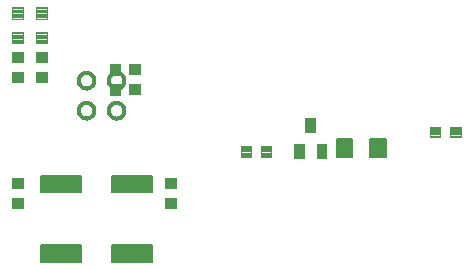
<source format=gtp>
G75*
%MOIN*%
%OFA0B0*%
%FSLAX24Y24*%
%IPPOS*%
%LPD*%
%AMOC8*
5,1,8,0,0,1.08239X$1,22.5*
%
%ADD10C,0.0120*%
%ADD11C,0.0035*%
%ADD12C,0.0057*%
%ADD13C,0.0060*%
%ADD14C,0.0043*%
D10*
X007240Y016025D02*
X007242Y016057D01*
X007248Y016088D01*
X007258Y016119D01*
X007271Y016148D01*
X007288Y016175D01*
X007308Y016200D01*
X007331Y016222D01*
X007356Y016242D01*
X007384Y016258D01*
X007414Y016270D01*
X007444Y016279D01*
X007476Y016284D01*
X007508Y016285D01*
X007540Y016282D01*
X007571Y016275D01*
X007601Y016264D01*
X007630Y016250D01*
X007657Y016232D01*
X007681Y016212D01*
X007703Y016188D01*
X007721Y016162D01*
X007736Y016134D01*
X007748Y016104D01*
X007756Y016073D01*
X007760Y016041D01*
X007760Y016009D01*
X007756Y015977D01*
X007748Y015946D01*
X007736Y015916D01*
X007721Y015888D01*
X007703Y015862D01*
X007681Y015838D01*
X007657Y015818D01*
X007630Y015800D01*
X007601Y015786D01*
X007571Y015775D01*
X007540Y015768D01*
X007508Y015765D01*
X007476Y015766D01*
X007444Y015771D01*
X007414Y015780D01*
X007384Y015792D01*
X007356Y015808D01*
X007331Y015828D01*
X007308Y015850D01*
X007288Y015875D01*
X007271Y015902D01*
X007258Y015931D01*
X007248Y015962D01*
X007242Y015993D01*
X007240Y016025D01*
X007240Y017025D02*
X007242Y017057D01*
X007248Y017088D01*
X007258Y017119D01*
X007271Y017148D01*
X007288Y017175D01*
X007308Y017200D01*
X007331Y017222D01*
X007356Y017242D01*
X007384Y017258D01*
X007414Y017270D01*
X007444Y017279D01*
X007476Y017284D01*
X007508Y017285D01*
X007540Y017282D01*
X007571Y017275D01*
X007601Y017264D01*
X007630Y017250D01*
X007657Y017232D01*
X007681Y017212D01*
X007703Y017188D01*
X007721Y017162D01*
X007736Y017134D01*
X007748Y017104D01*
X007756Y017073D01*
X007760Y017041D01*
X007760Y017009D01*
X007756Y016977D01*
X007748Y016946D01*
X007736Y016916D01*
X007721Y016888D01*
X007703Y016862D01*
X007681Y016838D01*
X007657Y016818D01*
X007630Y016800D01*
X007601Y016786D01*
X007571Y016775D01*
X007540Y016768D01*
X007508Y016765D01*
X007476Y016766D01*
X007444Y016771D01*
X007414Y016780D01*
X007384Y016792D01*
X007356Y016808D01*
X007331Y016828D01*
X007308Y016850D01*
X007288Y016875D01*
X007271Y016902D01*
X007258Y016931D01*
X007248Y016962D01*
X007242Y016993D01*
X007240Y017025D01*
X008239Y017025D02*
X008241Y017057D01*
X008247Y017089D01*
X008257Y017119D01*
X008270Y017148D01*
X008287Y017176D01*
X008307Y017201D01*
X008330Y017223D01*
X008356Y017243D01*
X008384Y017259D01*
X008413Y017271D01*
X008444Y017280D01*
X008476Y017285D01*
X008508Y017286D01*
X008540Y017283D01*
X008571Y017276D01*
X008602Y017265D01*
X008630Y017251D01*
X008657Y017233D01*
X008682Y017212D01*
X008703Y017189D01*
X008722Y017162D01*
X008737Y017134D01*
X008749Y017104D01*
X008757Y017073D01*
X008761Y017041D01*
X008761Y017009D01*
X008757Y016977D01*
X008749Y016946D01*
X008737Y016916D01*
X008722Y016888D01*
X008703Y016861D01*
X008682Y016838D01*
X008657Y016817D01*
X008631Y016799D01*
X008602Y016785D01*
X008571Y016774D01*
X008540Y016767D01*
X008508Y016764D01*
X008476Y016765D01*
X008444Y016770D01*
X008413Y016779D01*
X008384Y016791D01*
X008356Y016807D01*
X008330Y016827D01*
X008307Y016849D01*
X008287Y016874D01*
X008270Y016902D01*
X008257Y016931D01*
X008247Y016961D01*
X008241Y016993D01*
X008239Y017025D01*
X008239Y016025D02*
X008241Y016057D01*
X008247Y016089D01*
X008257Y016119D01*
X008270Y016148D01*
X008287Y016176D01*
X008307Y016201D01*
X008330Y016223D01*
X008356Y016243D01*
X008384Y016259D01*
X008413Y016271D01*
X008444Y016280D01*
X008476Y016285D01*
X008508Y016286D01*
X008540Y016283D01*
X008571Y016276D01*
X008602Y016265D01*
X008630Y016251D01*
X008657Y016233D01*
X008682Y016212D01*
X008703Y016189D01*
X008722Y016162D01*
X008737Y016134D01*
X008749Y016104D01*
X008757Y016073D01*
X008761Y016041D01*
X008761Y016009D01*
X008757Y015977D01*
X008749Y015946D01*
X008737Y015916D01*
X008722Y015888D01*
X008703Y015861D01*
X008682Y015838D01*
X008657Y015817D01*
X008631Y015799D01*
X008602Y015785D01*
X008571Y015774D01*
X008540Y015767D01*
X008508Y015764D01*
X008476Y015765D01*
X008444Y015770D01*
X008413Y015779D01*
X008384Y015791D01*
X008356Y015807D01*
X008330Y015827D01*
X008307Y015849D01*
X008287Y015874D01*
X008270Y015902D01*
X008257Y015931D01*
X008247Y015961D01*
X008241Y015993D01*
X008239Y016025D01*
D11*
X008610Y016561D02*
X008610Y016919D01*
X008610Y016561D02*
X008290Y016561D01*
X008290Y016919D01*
X008610Y016919D01*
X008610Y016595D02*
X008290Y016595D01*
X008290Y016629D02*
X008610Y016629D01*
X008610Y016663D02*
X008290Y016663D01*
X008290Y016697D02*
X008610Y016697D01*
X008610Y016731D02*
X008290Y016731D01*
X008290Y016765D02*
X008610Y016765D01*
X008610Y016799D02*
X008290Y016799D01*
X008290Y016833D02*
X008610Y016833D01*
X008610Y016867D02*
X008290Y016867D01*
X008290Y016901D02*
X008610Y016901D01*
X009279Y016900D02*
X009279Y016580D01*
X008921Y016580D01*
X008921Y016900D01*
X009279Y016900D01*
X009279Y016614D02*
X008921Y016614D01*
X008921Y016648D02*
X009279Y016648D01*
X009279Y016682D02*
X008921Y016682D01*
X008921Y016716D02*
X009279Y016716D01*
X009279Y016750D02*
X008921Y016750D01*
X008921Y016784D02*
X009279Y016784D01*
X009279Y016818D02*
X008921Y016818D01*
X008921Y016852D02*
X009279Y016852D01*
X009279Y016886D02*
X008921Y016886D01*
X009279Y017250D02*
X009279Y017570D01*
X009279Y017250D02*
X008921Y017250D01*
X008921Y017570D01*
X009279Y017570D01*
X009279Y017284D02*
X008921Y017284D01*
X008921Y017318D02*
X009279Y017318D01*
X009279Y017352D02*
X008921Y017352D01*
X008921Y017386D02*
X009279Y017386D01*
X009279Y017420D02*
X008921Y017420D01*
X008921Y017454D02*
X009279Y017454D01*
X009279Y017488D02*
X008921Y017488D01*
X008921Y017522D02*
X009279Y017522D01*
X009279Y017556D02*
X008921Y017556D01*
X008610Y017589D02*
X008610Y017231D01*
X008290Y017231D01*
X008290Y017589D01*
X008610Y017589D01*
X008610Y017265D02*
X008290Y017265D01*
X008290Y017299D02*
X008610Y017299D01*
X008610Y017333D02*
X008290Y017333D01*
X008290Y017367D02*
X008610Y017367D01*
X008610Y017401D02*
X008290Y017401D01*
X008290Y017435D02*
X008610Y017435D01*
X008610Y017469D02*
X008290Y017469D01*
X008290Y017503D02*
X008610Y017503D01*
X008610Y017537D02*
X008290Y017537D01*
X008290Y017571D02*
X008610Y017571D01*
X006179Y017650D02*
X006179Y017970D01*
X006179Y017650D02*
X005821Y017650D01*
X005821Y017970D01*
X006179Y017970D01*
X006179Y017684D02*
X005821Y017684D01*
X005821Y017718D02*
X006179Y017718D01*
X006179Y017752D02*
X005821Y017752D01*
X005821Y017786D02*
X006179Y017786D01*
X006179Y017820D02*
X005821Y017820D01*
X005821Y017854D02*
X006179Y017854D01*
X006179Y017888D02*
X005821Y017888D01*
X005821Y017922D02*
X006179Y017922D01*
X006179Y017956D02*
X005821Y017956D01*
X005379Y017970D02*
X005379Y017650D01*
X005021Y017650D01*
X005021Y017970D01*
X005379Y017970D01*
X005379Y017684D02*
X005021Y017684D01*
X005021Y017718D02*
X005379Y017718D01*
X005379Y017752D02*
X005021Y017752D01*
X005021Y017786D02*
X005379Y017786D01*
X005379Y017820D02*
X005021Y017820D01*
X005021Y017854D02*
X005379Y017854D01*
X005379Y017888D02*
X005021Y017888D01*
X005021Y017922D02*
X005379Y017922D01*
X005379Y017956D02*
X005021Y017956D01*
X005379Y017300D02*
X005379Y016980D01*
X005021Y016980D01*
X005021Y017300D01*
X005379Y017300D01*
X005379Y017014D02*
X005021Y017014D01*
X005021Y017048D02*
X005379Y017048D01*
X005379Y017082D02*
X005021Y017082D01*
X005021Y017116D02*
X005379Y017116D01*
X005379Y017150D02*
X005021Y017150D01*
X005021Y017184D02*
X005379Y017184D01*
X005379Y017218D02*
X005021Y017218D01*
X005021Y017252D02*
X005379Y017252D01*
X005379Y017286D02*
X005021Y017286D01*
X006179Y017300D02*
X006179Y016980D01*
X005821Y016980D01*
X005821Y017300D01*
X006179Y017300D01*
X006179Y017014D02*
X005821Y017014D01*
X005821Y017048D02*
X006179Y017048D01*
X006179Y017082D02*
X005821Y017082D01*
X005821Y017116D02*
X006179Y017116D01*
X006179Y017150D02*
X005821Y017150D01*
X005821Y017184D02*
X006179Y017184D01*
X006179Y017218D02*
X005821Y017218D01*
X005821Y017252D02*
X006179Y017252D01*
X006179Y017286D02*
X005821Y017286D01*
X005379Y013770D02*
X005379Y013450D01*
X005021Y013450D01*
X005021Y013770D01*
X005379Y013770D01*
X005379Y013484D02*
X005021Y013484D01*
X005021Y013518D02*
X005379Y013518D01*
X005379Y013552D02*
X005021Y013552D01*
X005021Y013586D02*
X005379Y013586D01*
X005379Y013620D02*
X005021Y013620D01*
X005021Y013654D02*
X005379Y013654D01*
X005379Y013688D02*
X005021Y013688D01*
X005021Y013722D02*
X005379Y013722D01*
X005379Y013756D02*
X005021Y013756D01*
X005379Y013100D02*
X005379Y012780D01*
X005021Y012780D01*
X005021Y013100D01*
X005379Y013100D01*
X005379Y012814D02*
X005021Y012814D01*
X005021Y012848D02*
X005379Y012848D01*
X005379Y012882D02*
X005021Y012882D01*
X005021Y012916D02*
X005379Y012916D01*
X005379Y012950D02*
X005021Y012950D01*
X005021Y012984D02*
X005379Y012984D01*
X005379Y013018D02*
X005021Y013018D01*
X005021Y013052D02*
X005379Y013052D01*
X005379Y013086D02*
X005021Y013086D01*
X010121Y013100D02*
X010121Y012780D01*
X010121Y013100D02*
X010479Y013100D01*
X010479Y012780D01*
X010121Y012780D01*
X010121Y012814D02*
X010479Y012814D01*
X010479Y012848D02*
X010121Y012848D01*
X010121Y012882D02*
X010479Y012882D01*
X010479Y012916D02*
X010121Y012916D01*
X010121Y012950D02*
X010479Y012950D01*
X010479Y012984D02*
X010121Y012984D01*
X010121Y013018D02*
X010479Y013018D01*
X010479Y013052D02*
X010121Y013052D01*
X010121Y013086D02*
X010479Y013086D01*
X010121Y013450D02*
X010121Y013770D01*
X010479Y013770D01*
X010479Y013450D01*
X010121Y013450D01*
X010121Y013484D02*
X010479Y013484D01*
X010479Y013518D02*
X010121Y013518D01*
X010121Y013552D02*
X010479Y013552D01*
X010479Y013586D02*
X010121Y013586D01*
X010121Y013620D02*
X010479Y013620D01*
X010479Y013654D02*
X010121Y013654D01*
X010121Y013688D02*
X010479Y013688D01*
X010479Y013722D02*
X010121Y013722D01*
X010121Y013756D02*
X010479Y013756D01*
X012655Y014496D02*
X012975Y014496D01*
X012655Y014496D02*
X012655Y014854D01*
X012975Y014854D01*
X012975Y014496D01*
X012975Y014530D02*
X012655Y014530D01*
X012655Y014564D02*
X012975Y014564D01*
X012975Y014598D02*
X012655Y014598D01*
X012655Y014632D02*
X012975Y014632D01*
X012975Y014666D02*
X012655Y014666D01*
X012655Y014700D02*
X012975Y014700D01*
X012975Y014734D02*
X012655Y014734D01*
X012655Y014768D02*
X012975Y014768D01*
X012975Y014802D02*
X012655Y014802D01*
X012655Y014836D02*
X012975Y014836D01*
X013325Y014496D02*
X013645Y014496D01*
X013325Y014496D02*
X013325Y014854D01*
X013645Y014854D01*
X013645Y014496D01*
X013645Y014530D02*
X013325Y014530D01*
X013325Y014564D02*
X013645Y014564D01*
X013645Y014598D02*
X013325Y014598D01*
X013325Y014632D02*
X013645Y014632D01*
X013645Y014666D02*
X013325Y014666D01*
X013325Y014700D02*
X013645Y014700D01*
X013645Y014734D02*
X013325Y014734D01*
X013325Y014768D02*
X013645Y014768D01*
X013645Y014802D02*
X013325Y014802D01*
X013325Y014836D02*
X013645Y014836D01*
X014416Y014454D02*
X014736Y014454D01*
X014416Y014454D02*
X014416Y014930D01*
X014736Y014930D01*
X014736Y014454D01*
X014736Y014488D02*
X014416Y014488D01*
X014416Y014522D02*
X014736Y014522D01*
X014736Y014556D02*
X014416Y014556D01*
X014416Y014590D02*
X014736Y014590D01*
X014736Y014624D02*
X014416Y014624D01*
X014416Y014658D02*
X014736Y014658D01*
X014736Y014692D02*
X014416Y014692D01*
X014416Y014726D02*
X014736Y014726D01*
X014736Y014760D02*
X014416Y014760D01*
X014416Y014794D02*
X014736Y014794D01*
X014736Y014828D02*
X014416Y014828D01*
X014416Y014862D02*
X014736Y014862D01*
X014736Y014896D02*
X014416Y014896D01*
X014416Y014930D02*
X014736Y014930D01*
X015164Y014454D02*
X015484Y014454D01*
X015164Y014454D02*
X015164Y014930D01*
X015484Y014930D01*
X015484Y014454D01*
X015484Y014488D02*
X015164Y014488D01*
X015164Y014522D02*
X015484Y014522D01*
X015484Y014556D02*
X015164Y014556D01*
X015164Y014590D02*
X015484Y014590D01*
X015484Y014624D02*
X015164Y014624D01*
X015164Y014658D02*
X015484Y014658D01*
X015484Y014692D02*
X015164Y014692D01*
X015164Y014726D02*
X015484Y014726D01*
X015484Y014760D02*
X015164Y014760D01*
X015164Y014794D02*
X015484Y014794D01*
X015484Y014828D02*
X015164Y014828D01*
X015164Y014862D02*
X015484Y014862D01*
X015484Y014896D02*
X015164Y014896D01*
X015164Y014930D02*
X015484Y014930D01*
X015110Y015320D02*
X014790Y015320D01*
X014790Y015796D01*
X015110Y015796D01*
X015110Y015320D01*
X015110Y015354D02*
X014790Y015354D01*
X014790Y015388D02*
X015110Y015388D01*
X015110Y015422D02*
X014790Y015422D01*
X014790Y015456D02*
X015110Y015456D01*
X015110Y015490D02*
X014790Y015490D01*
X014790Y015524D02*
X015110Y015524D01*
X015110Y015558D02*
X014790Y015558D01*
X014790Y015592D02*
X015110Y015592D01*
X015110Y015626D02*
X014790Y015626D01*
X014790Y015660D02*
X015110Y015660D01*
X015110Y015694D02*
X014790Y015694D01*
X014790Y015728D02*
X015110Y015728D01*
X015110Y015762D02*
X014790Y015762D01*
X014790Y015796D02*
X015110Y015796D01*
X018936Y015485D02*
X019294Y015485D01*
X019294Y015165D01*
X018936Y015165D01*
X018936Y015485D01*
X018936Y015199D02*
X019294Y015199D01*
X019294Y015233D02*
X018936Y015233D01*
X018936Y015267D02*
X019294Y015267D01*
X019294Y015301D02*
X018936Y015301D01*
X018936Y015335D02*
X019294Y015335D01*
X019294Y015369D02*
X018936Y015369D01*
X018936Y015403D02*
X019294Y015403D01*
X019294Y015437D02*
X018936Y015437D01*
X018936Y015471D02*
X019294Y015471D01*
X019606Y015485D02*
X019964Y015485D01*
X019964Y015165D01*
X019606Y015165D01*
X019606Y015485D01*
X019606Y015199D02*
X019964Y015199D01*
X019964Y015233D02*
X019606Y015233D01*
X019606Y015267D02*
X019964Y015267D01*
X019964Y015301D02*
X019606Y015301D01*
X019606Y015335D02*
X019964Y015335D01*
X019964Y015369D02*
X019606Y015369D01*
X019606Y015403D02*
X019964Y015403D01*
X019964Y015437D02*
X019606Y015437D01*
X019606Y015471D02*
X019964Y015471D01*
D12*
X017465Y015070D02*
X016955Y015070D01*
X017465Y015070D02*
X017465Y014480D01*
X016955Y014480D01*
X016955Y015070D01*
X016955Y014536D02*
X017465Y014536D01*
X017465Y014592D02*
X016955Y014592D01*
X016955Y014648D02*
X017465Y014648D01*
X017465Y014704D02*
X016955Y014704D01*
X016955Y014760D02*
X017465Y014760D01*
X017465Y014816D02*
X016955Y014816D01*
X016955Y014872D02*
X017465Y014872D01*
X017465Y014928D02*
X016955Y014928D01*
X016955Y014984D02*
X017465Y014984D01*
X017465Y015040D02*
X016955Y015040D01*
X016345Y015070D02*
X015835Y015070D01*
X016345Y015070D02*
X016345Y014480D01*
X015835Y014480D01*
X015835Y015070D01*
X015835Y014536D02*
X016345Y014536D01*
X016345Y014592D02*
X015835Y014592D01*
X015835Y014648D02*
X016345Y014648D01*
X016345Y014704D02*
X015835Y014704D01*
X015835Y014760D02*
X016345Y014760D01*
X016345Y014816D02*
X015835Y014816D01*
X015835Y014872D02*
X016345Y014872D01*
X016345Y014928D02*
X015835Y014928D01*
X015835Y014984D02*
X016345Y014984D01*
X016345Y015040D02*
X015835Y015040D01*
D13*
X005985Y011535D02*
X005985Y010993D01*
X005985Y011535D02*
X007315Y011535D01*
X007315Y010993D01*
X005985Y010993D01*
X005985Y011052D02*
X007315Y011052D01*
X007315Y011111D02*
X005985Y011111D01*
X005985Y011170D02*
X007315Y011170D01*
X007315Y011229D02*
X005985Y011229D01*
X005985Y011288D02*
X007315Y011288D01*
X007315Y011347D02*
X005985Y011347D01*
X005985Y011406D02*
X007315Y011406D01*
X007315Y011465D02*
X005985Y011465D01*
X005985Y011524D02*
X007315Y011524D01*
X008335Y011535D02*
X008335Y010993D01*
X008335Y011535D02*
X009665Y011535D01*
X009665Y010993D01*
X008335Y010993D01*
X008335Y011052D02*
X009665Y011052D01*
X009665Y011111D02*
X008335Y011111D01*
X008335Y011170D02*
X009665Y011170D01*
X009665Y011229D02*
X008335Y011229D01*
X008335Y011288D02*
X009665Y011288D01*
X009665Y011347D02*
X008335Y011347D01*
X008335Y011406D02*
X009665Y011406D01*
X009665Y011465D02*
X008335Y011465D01*
X008335Y011524D02*
X009665Y011524D01*
X008335Y013315D02*
X008335Y013857D01*
X009665Y013857D01*
X009665Y013315D01*
X008335Y013315D01*
X008335Y013374D02*
X009665Y013374D01*
X009665Y013433D02*
X008335Y013433D01*
X008335Y013492D02*
X009665Y013492D01*
X009665Y013551D02*
X008335Y013551D01*
X008335Y013610D02*
X009665Y013610D01*
X009665Y013669D02*
X008335Y013669D01*
X008335Y013728D02*
X009665Y013728D01*
X009665Y013787D02*
X008335Y013787D01*
X008335Y013846D02*
X009665Y013846D01*
X005985Y013857D02*
X005985Y013315D01*
X005985Y013857D02*
X007315Y013857D01*
X007315Y013315D01*
X005985Y013315D01*
X005985Y013374D02*
X007315Y013374D01*
X007315Y013433D02*
X005985Y013433D01*
X005985Y013492D02*
X007315Y013492D01*
X007315Y013551D02*
X005985Y013551D01*
X005985Y013610D02*
X007315Y013610D01*
X007315Y013669D02*
X005985Y013669D01*
X005985Y013728D02*
X007315Y013728D01*
X007315Y013787D02*
X005985Y013787D01*
X005985Y013846D02*
X007315Y013846D01*
D14*
X006191Y018653D02*
X005809Y018653D01*
X006191Y018653D02*
X006191Y018271D01*
X005809Y018271D01*
X005809Y018653D01*
X005809Y018313D02*
X006191Y018313D01*
X006191Y018355D02*
X005809Y018355D01*
X005809Y018397D02*
X006191Y018397D01*
X006191Y018439D02*
X005809Y018439D01*
X005809Y018481D02*
X006191Y018481D01*
X006191Y018523D02*
X005809Y018523D01*
X005809Y018565D02*
X006191Y018565D01*
X006191Y018607D02*
X005809Y018607D01*
X005809Y018649D02*
X006191Y018649D01*
X006191Y019479D02*
X005809Y019479D01*
X006191Y019479D02*
X006191Y019097D01*
X005809Y019097D01*
X005809Y019479D01*
X005809Y019139D02*
X006191Y019139D01*
X006191Y019181D02*
X005809Y019181D01*
X005809Y019223D02*
X006191Y019223D01*
X006191Y019265D02*
X005809Y019265D01*
X005809Y019307D02*
X006191Y019307D01*
X006191Y019349D02*
X005809Y019349D01*
X005809Y019391D02*
X006191Y019391D01*
X006191Y019433D02*
X005809Y019433D01*
X005809Y019475D02*
X006191Y019475D01*
X005391Y019479D02*
X005009Y019479D01*
X005391Y019479D02*
X005391Y019097D01*
X005009Y019097D01*
X005009Y019479D01*
X005009Y019139D02*
X005391Y019139D01*
X005391Y019181D02*
X005009Y019181D01*
X005009Y019223D02*
X005391Y019223D01*
X005391Y019265D02*
X005009Y019265D01*
X005009Y019307D02*
X005391Y019307D01*
X005391Y019349D02*
X005009Y019349D01*
X005009Y019391D02*
X005391Y019391D01*
X005391Y019433D02*
X005009Y019433D01*
X005009Y019475D02*
X005391Y019475D01*
X005391Y018653D02*
X005009Y018653D01*
X005391Y018653D02*
X005391Y018271D01*
X005009Y018271D01*
X005009Y018653D01*
X005009Y018313D02*
X005391Y018313D01*
X005391Y018355D02*
X005009Y018355D01*
X005009Y018397D02*
X005391Y018397D01*
X005391Y018439D02*
X005009Y018439D01*
X005009Y018481D02*
X005391Y018481D01*
X005391Y018523D02*
X005009Y018523D01*
X005009Y018565D02*
X005391Y018565D01*
X005391Y018607D02*
X005009Y018607D01*
X005009Y018649D02*
X005391Y018649D01*
M02*

</source>
